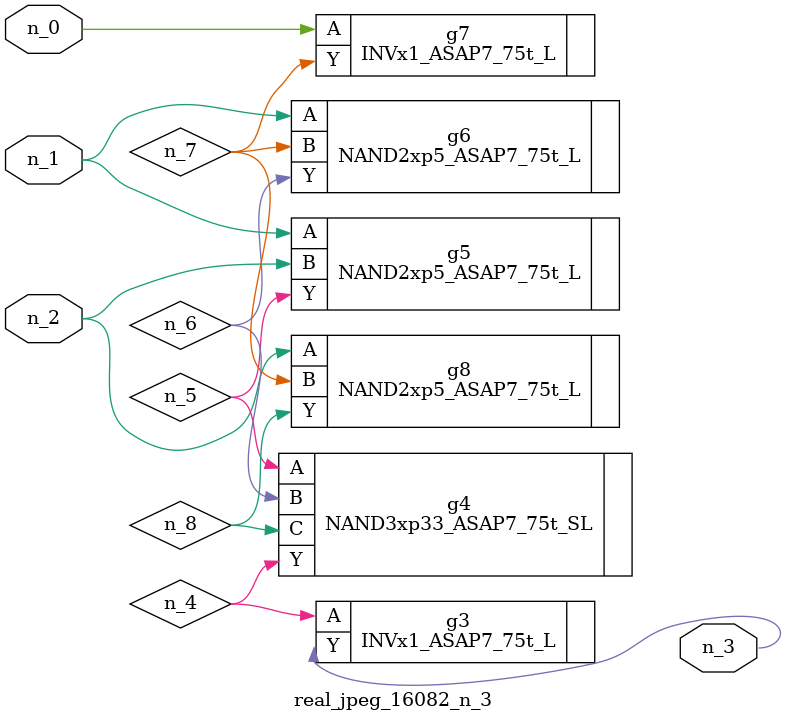
<source format=v>
module real_jpeg_16082_n_3 (n_1, n_0, n_2, n_3);

input n_1;
input n_0;
input n_2;

output n_3;

wire n_5;
wire n_4;
wire n_8;
wire n_6;
wire n_7;

INVx1_ASAP7_75t_L g7 ( 
.A(n_0),
.Y(n_7)
);

NAND2xp5_ASAP7_75t_L g5 ( 
.A(n_1),
.B(n_2),
.Y(n_5)
);

NAND2xp5_ASAP7_75t_L g6 ( 
.A(n_1),
.B(n_7),
.Y(n_6)
);

NAND2xp5_ASAP7_75t_L g8 ( 
.A(n_2),
.B(n_7),
.Y(n_8)
);

INVx1_ASAP7_75t_L g3 ( 
.A(n_4),
.Y(n_3)
);

NAND3xp33_ASAP7_75t_SL g4 ( 
.A(n_5),
.B(n_6),
.C(n_8),
.Y(n_4)
);


endmodule
</source>
